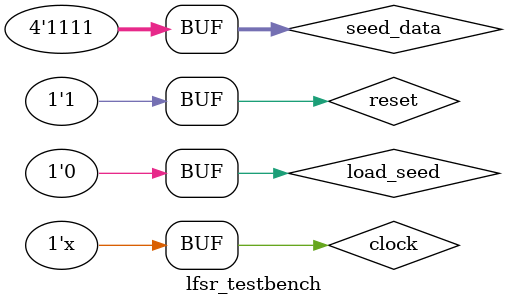
<source format=sv>
`timescale 1ns/1ns
module lfsr_testbench;
  parameter N = 4;
  logic clock;
  logic [N-1:0] lfsr_data, seed_data;
  logic lfsr_done;
  logic reset, load_seed;
   
  lfsr #(.N(N)) design_inst(
   .clk(clock),
   .reset(reset),
   .load_seed(load_seed),
   .seed_data(seed_data),
   .lfsr_data(lfsr_data),
   .lfsr_done(lfsr_done)
  );
  
  initial begin
   // Initialize Inputs
   reset = 0;
   load_seed = 0;
   clock = 0;
   seed_data = 4'b0000;

   // Wait 10 ns for global reset to finish and start counter
   #10;
   reset = 1;

   #10;
   load_seed = 1;
   seed_data = 4'b1111;

   #20;
   load_seed = 0;

   #200;
    
   // terminate simulation
   //$finish();
  end

  // Clock generator logic
  always@(clock) begin
    #10ns clock <= !clock;
  end

  // Print input and output signals
  initial begin
   $monitor(" time=%0t,  reset=%b  clk=%b  load_seed=%b  count=%d", $time, reset, clock, load_seed, lfsr_data);
  end

endmodule
</source>
